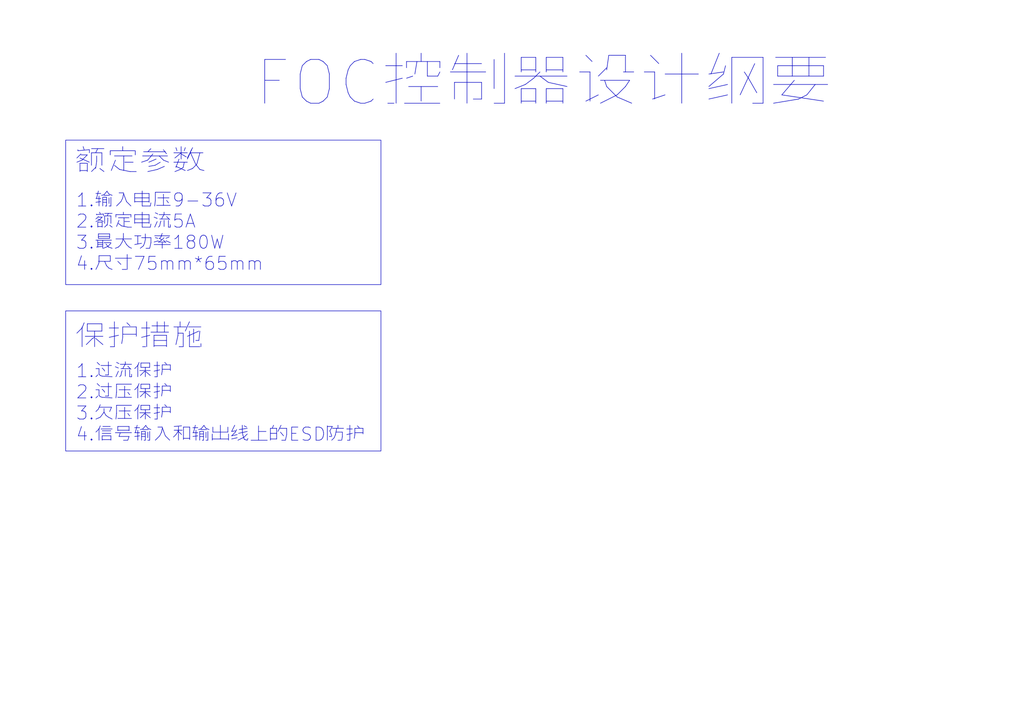
<source format=kicad_sch>
(kicad_sch (version 20230121) (generator eeschema)
  (paper "A4")
  (lib_symbols)
  (text_box "\n\n1.输入电压9-36V\n2.额定电流5A\n3.最大功率180W\n4.尺寸75mm*65mm" (at 19.05 40.64 0) (size 91.44 41.91) (effects (font (size 3.81 3.81)) (justify left top)))
  (text_box "\n\n1.过流保护\n2.过压保护\n3.欠压保护\n4.信号输入和输出线上的ESD防护" (at 19.05 90.17 0) (size 91.44 40.64) (effects (font (size 3.81 3.81)) (justify left top)))
  (text "FOC控制器设计纲要" (at 73.66 31.75 0) (effects (font (size 12.7 12.7)) (justify left bottom)))
  (text "额定参数" (at 21.59 50.8 0) (effects (font (size 6.35 6.35)) (justify left bottom)))
  (text "保护措施" (at 21.59 101.6 0) (effects (font (size 6.35 6.35)) (justify left bottom)))
)
</source>
